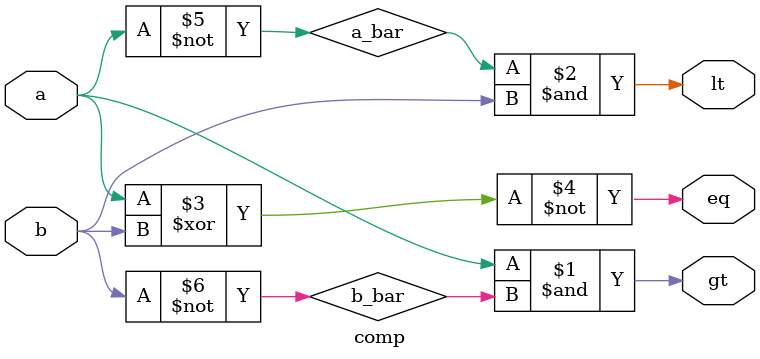
<source format=v>
module comp (a,b,gt,eq,lt);
	input a,b;
	output gt,eq,lt;
	
	wire a_bar,b_bar;
	
	/* instance
		comp cm1 (.a(),.b(),.gt(),.eq(),.lt());
	*/
	not n1(a_bar,a);
	not n2(b_bar,b);
	
	and a1(gt,a,b_bar);
	and a2(lt,a_bar,b);
	
	xnor x1(eq,a,b);
	
	//nor e1(eq,gt,lt);
	
endmodule
</source>
